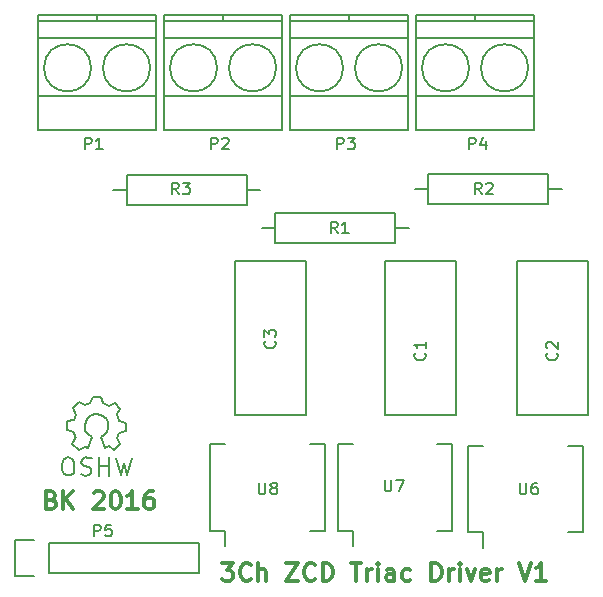
<source format=gto>
G04 #@! TF.FileFunction,Legend,Top*
%FSLAX46Y46*%
G04 Gerber Fmt 4.6, Leading zero omitted, Abs format (unit mm)*
G04 Created by KiCad (PCBNEW 4.0.2-stable) date 3/20/2016 1:32:16 PM*
%MOMM*%
G01*
G04 APERTURE LIST*
%ADD10C,0.100000*%
%ADD11C,0.300000*%
%ADD12C,0.150000*%
G04 APERTURE END LIST*
D10*
D11*
X121056573Y-111256857D02*
X121270859Y-111328286D01*
X121342287Y-111399714D01*
X121413716Y-111542571D01*
X121413716Y-111756857D01*
X121342287Y-111899714D01*
X121270859Y-111971143D01*
X121128001Y-112042571D01*
X120556573Y-112042571D01*
X120556573Y-110542571D01*
X121056573Y-110542571D01*
X121199430Y-110614000D01*
X121270859Y-110685429D01*
X121342287Y-110828286D01*
X121342287Y-110971143D01*
X121270859Y-111114000D01*
X121199430Y-111185429D01*
X121056573Y-111256857D01*
X120556573Y-111256857D01*
X122056573Y-112042571D02*
X122056573Y-110542571D01*
X122913716Y-112042571D02*
X122270859Y-111185429D01*
X122913716Y-110542571D02*
X122056573Y-111399714D01*
X124628001Y-110685429D02*
X124699430Y-110614000D01*
X124842287Y-110542571D01*
X125199430Y-110542571D01*
X125342287Y-110614000D01*
X125413716Y-110685429D01*
X125485144Y-110828286D01*
X125485144Y-110971143D01*
X125413716Y-111185429D01*
X124556573Y-112042571D01*
X125485144Y-112042571D01*
X126413715Y-110542571D02*
X126556572Y-110542571D01*
X126699429Y-110614000D01*
X126770858Y-110685429D01*
X126842287Y-110828286D01*
X126913715Y-111114000D01*
X126913715Y-111471143D01*
X126842287Y-111756857D01*
X126770858Y-111899714D01*
X126699429Y-111971143D01*
X126556572Y-112042571D01*
X126413715Y-112042571D01*
X126270858Y-111971143D01*
X126199429Y-111899714D01*
X126128001Y-111756857D01*
X126056572Y-111471143D01*
X126056572Y-111114000D01*
X126128001Y-110828286D01*
X126199429Y-110685429D01*
X126270858Y-110614000D01*
X126413715Y-110542571D01*
X128342286Y-112042571D02*
X127485143Y-112042571D01*
X127913715Y-112042571D02*
X127913715Y-110542571D01*
X127770858Y-110756857D01*
X127628000Y-110899714D01*
X127485143Y-110971143D01*
X129628000Y-110542571D02*
X129342286Y-110542571D01*
X129199429Y-110614000D01*
X129128000Y-110685429D01*
X128985143Y-110899714D01*
X128913714Y-111185429D01*
X128913714Y-111756857D01*
X128985143Y-111899714D01*
X129056571Y-111971143D01*
X129199429Y-112042571D01*
X129485143Y-112042571D01*
X129628000Y-111971143D01*
X129699429Y-111899714D01*
X129770857Y-111756857D01*
X129770857Y-111399714D01*
X129699429Y-111256857D01*
X129628000Y-111185429D01*
X129485143Y-111114000D01*
X129199429Y-111114000D01*
X129056571Y-111185429D01*
X128985143Y-111256857D01*
X128913714Y-111399714D01*
X135508002Y-116638571D02*
X136436573Y-116638571D01*
X135936573Y-117210000D01*
X136150859Y-117210000D01*
X136293716Y-117281429D01*
X136365145Y-117352857D01*
X136436573Y-117495714D01*
X136436573Y-117852857D01*
X136365145Y-117995714D01*
X136293716Y-118067143D01*
X136150859Y-118138571D01*
X135722287Y-118138571D01*
X135579430Y-118067143D01*
X135508002Y-117995714D01*
X137936573Y-117995714D02*
X137865144Y-118067143D01*
X137650858Y-118138571D01*
X137508001Y-118138571D01*
X137293716Y-118067143D01*
X137150858Y-117924286D01*
X137079430Y-117781429D01*
X137008001Y-117495714D01*
X137008001Y-117281429D01*
X137079430Y-116995714D01*
X137150858Y-116852857D01*
X137293716Y-116710000D01*
X137508001Y-116638571D01*
X137650858Y-116638571D01*
X137865144Y-116710000D01*
X137936573Y-116781429D01*
X138579430Y-118138571D02*
X138579430Y-116638571D01*
X139222287Y-118138571D02*
X139222287Y-117352857D01*
X139150858Y-117210000D01*
X139008001Y-117138571D01*
X138793716Y-117138571D01*
X138650858Y-117210000D01*
X138579430Y-117281429D01*
X140936573Y-116638571D02*
X141936573Y-116638571D01*
X140936573Y-118138571D01*
X141936573Y-118138571D01*
X143365144Y-117995714D02*
X143293715Y-118067143D01*
X143079429Y-118138571D01*
X142936572Y-118138571D01*
X142722287Y-118067143D01*
X142579429Y-117924286D01*
X142508001Y-117781429D01*
X142436572Y-117495714D01*
X142436572Y-117281429D01*
X142508001Y-116995714D01*
X142579429Y-116852857D01*
X142722287Y-116710000D01*
X142936572Y-116638571D01*
X143079429Y-116638571D01*
X143293715Y-116710000D01*
X143365144Y-116781429D01*
X144008001Y-118138571D02*
X144008001Y-116638571D01*
X144365144Y-116638571D01*
X144579429Y-116710000D01*
X144722287Y-116852857D01*
X144793715Y-116995714D01*
X144865144Y-117281429D01*
X144865144Y-117495714D01*
X144793715Y-117781429D01*
X144722287Y-117924286D01*
X144579429Y-118067143D01*
X144365144Y-118138571D01*
X144008001Y-118138571D01*
X146436572Y-116638571D02*
X147293715Y-116638571D01*
X146865144Y-118138571D02*
X146865144Y-116638571D01*
X147793715Y-118138571D02*
X147793715Y-117138571D01*
X147793715Y-117424286D02*
X147865143Y-117281429D01*
X147936572Y-117210000D01*
X148079429Y-117138571D01*
X148222286Y-117138571D01*
X148722286Y-118138571D02*
X148722286Y-117138571D01*
X148722286Y-116638571D02*
X148650857Y-116710000D01*
X148722286Y-116781429D01*
X148793714Y-116710000D01*
X148722286Y-116638571D01*
X148722286Y-116781429D01*
X150079429Y-118138571D02*
X150079429Y-117352857D01*
X150008000Y-117210000D01*
X149865143Y-117138571D01*
X149579429Y-117138571D01*
X149436572Y-117210000D01*
X150079429Y-118067143D02*
X149936572Y-118138571D01*
X149579429Y-118138571D01*
X149436572Y-118067143D01*
X149365143Y-117924286D01*
X149365143Y-117781429D01*
X149436572Y-117638571D01*
X149579429Y-117567143D01*
X149936572Y-117567143D01*
X150079429Y-117495714D01*
X151436572Y-118067143D02*
X151293715Y-118138571D01*
X151008001Y-118138571D01*
X150865143Y-118067143D01*
X150793715Y-117995714D01*
X150722286Y-117852857D01*
X150722286Y-117424286D01*
X150793715Y-117281429D01*
X150865143Y-117210000D01*
X151008001Y-117138571D01*
X151293715Y-117138571D01*
X151436572Y-117210000D01*
X153222286Y-118138571D02*
X153222286Y-116638571D01*
X153579429Y-116638571D01*
X153793714Y-116710000D01*
X153936572Y-116852857D01*
X154008000Y-116995714D01*
X154079429Y-117281429D01*
X154079429Y-117495714D01*
X154008000Y-117781429D01*
X153936572Y-117924286D01*
X153793714Y-118067143D01*
X153579429Y-118138571D01*
X153222286Y-118138571D01*
X154722286Y-118138571D02*
X154722286Y-117138571D01*
X154722286Y-117424286D02*
X154793714Y-117281429D01*
X154865143Y-117210000D01*
X155008000Y-117138571D01*
X155150857Y-117138571D01*
X155650857Y-118138571D02*
X155650857Y-117138571D01*
X155650857Y-116638571D02*
X155579428Y-116710000D01*
X155650857Y-116781429D01*
X155722285Y-116710000D01*
X155650857Y-116638571D01*
X155650857Y-116781429D01*
X156222286Y-117138571D02*
X156579429Y-118138571D01*
X156936571Y-117138571D01*
X158079428Y-118067143D02*
X157936571Y-118138571D01*
X157650857Y-118138571D01*
X157508000Y-118067143D01*
X157436571Y-117924286D01*
X157436571Y-117352857D01*
X157508000Y-117210000D01*
X157650857Y-117138571D01*
X157936571Y-117138571D01*
X158079428Y-117210000D01*
X158150857Y-117352857D01*
X158150857Y-117495714D01*
X157436571Y-117638571D01*
X158793714Y-118138571D02*
X158793714Y-117138571D01*
X158793714Y-117424286D02*
X158865142Y-117281429D01*
X158936571Y-117210000D01*
X159079428Y-117138571D01*
X159222285Y-117138571D01*
X160650856Y-116638571D02*
X161150856Y-118138571D01*
X161650856Y-116638571D01*
X162936570Y-118138571D02*
X162079427Y-118138571D01*
X162507999Y-118138571D02*
X162507999Y-116638571D01*
X162365142Y-116852857D01*
X162222284Y-116995714D01*
X162079427Y-117067143D01*
D12*
X155306000Y-91068000D02*
X155306000Y-104068000D01*
X155306000Y-104068000D02*
X149306000Y-104068000D01*
X149306000Y-104068000D02*
X149306000Y-91068000D01*
X149306000Y-91068000D02*
X155306000Y-91068000D01*
X166482000Y-91068000D02*
X166482000Y-104068000D01*
X166482000Y-104068000D02*
X160482000Y-104068000D01*
X160482000Y-104068000D02*
X160482000Y-91068000D01*
X160482000Y-91068000D02*
X166482000Y-91068000D01*
X142606000Y-91068000D02*
X142606000Y-104068000D01*
X142606000Y-104068000D02*
X136606000Y-104068000D01*
X136606000Y-104068000D02*
X136606000Y-91068000D01*
X136606000Y-91068000D02*
X142606000Y-91068000D01*
X124914000Y-70688000D02*
X124914000Y-70188000D01*
X124414000Y-74688000D02*
G75*
G03X124414000Y-74688000I-2000000J0D01*
G01*
X129414000Y-74688000D02*
G75*
G03X129414000Y-74688000I-2000000J0D01*
G01*
X129914000Y-72188000D02*
X119914000Y-72188000D01*
X129914000Y-77088000D02*
X119914000Y-77088000D01*
X129914000Y-70688000D02*
X119914000Y-70688000D01*
X129914000Y-70188000D02*
X119914000Y-70188000D01*
X119914000Y-70188000D02*
X119914000Y-79988000D01*
X119914000Y-79988000D02*
X129914000Y-79988000D01*
X129914000Y-79988000D02*
X129914000Y-70188000D01*
X135582000Y-70688000D02*
X135582000Y-70188000D01*
X135082000Y-74688000D02*
G75*
G03X135082000Y-74688000I-2000000J0D01*
G01*
X140082000Y-74688000D02*
G75*
G03X140082000Y-74688000I-2000000J0D01*
G01*
X140582000Y-72188000D02*
X130582000Y-72188000D01*
X140582000Y-77088000D02*
X130582000Y-77088000D01*
X140582000Y-70688000D02*
X130582000Y-70688000D01*
X140582000Y-70188000D02*
X130582000Y-70188000D01*
X130582000Y-70188000D02*
X130582000Y-79988000D01*
X130582000Y-79988000D02*
X140582000Y-79988000D01*
X140582000Y-79988000D02*
X140582000Y-70188000D01*
X146250000Y-70688000D02*
X146250000Y-70188000D01*
X145750000Y-74688000D02*
G75*
G03X145750000Y-74688000I-2000000J0D01*
G01*
X150750000Y-74688000D02*
G75*
G03X150750000Y-74688000I-2000000J0D01*
G01*
X151250000Y-72188000D02*
X141250000Y-72188000D01*
X151250000Y-77088000D02*
X141250000Y-77088000D01*
X151250000Y-70688000D02*
X141250000Y-70688000D01*
X151250000Y-70188000D02*
X141250000Y-70188000D01*
X141250000Y-70188000D02*
X141250000Y-79988000D01*
X141250000Y-79988000D02*
X151250000Y-79988000D01*
X151250000Y-79988000D02*
X151250000Y-70188000D01*
X156918000Y-70688000D02*
X156918000Y-70188000D01*
X156418000Y-74688000D02*
G75*
G03X156418000Y-74688000I-2000000J0D01*
G01*
X161418000Y-74688000D02*
G75*
G03X161418000Y-74688000I-2000000J0D01*
G01*
X161918000Y-72188000D02*
X151918000Y-72188000D01*
X161918000Y-77088000D02*
X151918000Y-77088000D01*
X161918000Y-70688000D02*
X151918000Y-70688000D01*
X161918000Y-70188000D02*
X151918000Y-70188000D01*
X151918000Y-70188000D02*
X151918000Y-79988000D01*
X151918000Y-79988000D02*
X161918000Y-79988000D01*
X161918000Y-79988000D02*
X161918000Y-70188000D01*
X120810000Y-114920000D02*
X133510000Y-114920000D01*
X133510000Y-114920000D02*
X133510000Y-117460000D01*
X133510000Y-117460000D02*
X120810000Y-117460000D01*
X117990000Y-114640000D02*
X119540000Y-114640000D01*
X120810000Y-114920000D02*
X120810000Y-117460000D01*
X119540000Y-117740000D02*
X117990000Y-117740000D01*
X117990000Y-117740000D02*
X117990000Y-114640000D01*
X139994000Y-86980000D02*
X139994000Y-89520000D01*
X139994000Y-89520000D02*
X150154000Y-89520000D01*
X150154000Y-89520000D02*
X150154000Y-86980000D01*
X150154000Y-86980000D02*
X139994000Y-86980000D01*
X151304000Y-88250000D02*
X150154000Y-88250000D01*
X138844000Y-88250000D02*
X139994000Y-88250000D01*
X152948000Y-83678000D02*
X152948000Y-86218000D01*
X152948000Y-86218000D02*
X163108000Y-86218000D01*
X163108000Y-86218000D02*
X163108000Y-83678000D01*
X163108000Y-83678000D02*
X152948000Y-83678000D01*
X164258000Y-84948000D02*
X163108000Y-84948000D01*
X151798000Y-84948000D02*
X152948000Y-84948000D01*
X127421000Y-83805000D02*
X127421000Y-86345000D01*
X127421000Y-86345000D02*
X137581000Y-86345000D01*
X137581000Y-86345000D02*
X137581000Y-83805000D01*
X137581000Y-83805000D02*
X127421000Y-83805000D01*
X138731000Y-85075000D02*
X137581000Y-85075000D01*
X126271000Y-85075000D02*
X127421000Y-85075000D01*
X145312000Y-113896000D02*
X146582000Y-113896000D01*
X145312000Y-106546000D02*
X146582000Y-106546000D01*
X154982000Y-106546000D02*
X153712000Y-106546000D01*
X154982000Y-113896000D02*
X153712000Y-113896000D01*
X145312000Y-113896000D02*
X145312000Y-106546000D01*
X154982000Y-113896000D02*
X154982000Y-106546000D01*
X146582000Y-113896000D02*
X146582000Y-115181000D01*
X134517000Y-113896000D02*
X135787000Y-113896000D01*
X134517000Y-106546000D02*
X135787000Y-106546000D01*
X144187000Y-106546000D02*
X142917000Y-106546000D01*
X144187000Y-113896000D02*
X142917000Y-113896000D01*
X134517000Y-113896000D02*
X134517000Y-106546000D01*
X144187000Y-113896000D02*
X144187000Y-106546000D01*
X135787000Y-113896000D02*
X135787000Y-115181000D01*
X156361000Y-114023000D02*
X157631000Y-114023000D01*
X156361000Y-106673000D02*
X157631000Y-106673000D01*
X166031000Y-106673000D02*
X164761000Y-106673000D01*
X166031000Y-114023000D02*
X164761000Y-114023000D01*
X156361000Y-114023000D02*
X156361000Y-106673000D01*
X166031000Y-114023000D02*
X166031000Y-106673000D01*
X157631000Y-114023000D02*
X157631000Y-115308000D01*
X126542780Y-107703860D02*
X126903460Y-109174520D01*
X126903460Y-109174520D02*
X127182860Y-108112800D01*
X127182860Y-108112800D02*
X127492740Y-109184680D01*
X127492740Y-109184680D02*
X127833100Y-107734340D01*
X125122920Y-108394740D02*
X125912860Y-108384580D01*
X125912860Y-108384580D02*
X125923020Y-108394740D01*
X125923020Y-108394740D02*
X125923020Y-108384580D01*
X125963660Y-107673380D02*
X125963660Y-109215160D01*
X125074660Y-107663220D02*
X125074660Y-109232940D01*
X125074660Y-109232940D02*
X125084820Y-109222780D01*
X124523480Y-107764820D02*
X124172960Y-107683540D01*
X124172960Y-107683540D02*
X123852920Y-107673380D01*
X123852920Y-107673380D02*
X123614160Y-107874040D01*
X123614160Y-107874040D02*
X123583680Y-108143280D01*
X123583680Y-108143280D02*
X123824980Y-108384580D01*
X123824980Y-108384580D02*
X124213600Y-108514120D01*
X124213600Y-108514120D02*
X124393940Y-108674140D01*
X124393940Y-108674140D02*
X124434580Y-108973860D01*
X124434580Y-108973860D02*
X124203440Y-109194840D01*
X124203440Y-109194840D02*
X123883400Y-109222780D01*
X123883400Y-109222780D02*
X123532880Y-109113560D01*
X122494020Y-107663220D02*
X122245100Y-107683540D01*
X122245100Y-107683540D02*
X122003800Y-107924840D01*
X122003800Y-107924840D02*
X121914900Y-108415060D01*
X121914900Y-108415060D02*
X121942840Y-108763040D01*
X121942840Y-108763040D02*
X122143500Y-109083080D01*
X122143500Y-109083080D02*
X122394960Y-109205000D01*
X122394960Y-109205000D02*
X122704840Y-109133880D01*
X122704840Y-109133880D02*
X122923280Y-108953540D01*
X122923280Y-108953540D02*
X122994400Y-108493800D01*
X122994400Y-108493800D02*
X122943600Y-108084860D01*
X122943600Y-108084860D02*
X122834380Y-107802920D01*
X122834380Y-107802920D02*
X122473700Y-107673380D01*
X123093460Y-105943640D02*
X122834380Y-106504980D01*
X122834380Y-106504980D02*
X123372860Y-107023140D01*
X123372860Y-107023140D02*
X123893560Y-106753900D01*
X123893560Y-106753900D02*
X124172960Y-106913920D01*
X125613140Y-106893600D02*
X125943340Y-106703100D01*
X125943340Y-106703100D02*
X126382760Y-107033300D01*
X126382760Y-107033300D02*
X126855200Y-106543080D01*
X126855200Y-106543080D02*
X126573260Y-106063020D01*
X126573260Y-106063020D02*
X126763760Y-105593120D01*
X126763760Y-105593120D02*
X127373360Y-105405160D01*
X127373360Y-105405160D02*
X127373360Y-104724440D01*
X127373360Y-104724440D02*
X126814560Y-104584740D01*
X126814560Y-104584740D02*
X126613900Y-104013240D01*
X126613900Y-104013240D02*
X126883140Y-103543340D01*
X126883140Y-103543340D02*
X126413240Y-103032800D01*
X126413240Y-103032800D02*
X125895080Y-103294420D01*
X125895080Y-103294420D02*
X125425180Y-103093760D01*
X125425180Y-103093760D02*
X125255000Y-102552740D01*
X125255000Y-102552740D02*
X124564120Y-102534960D01*
X124564120Y-102534960D02*
X124353300Y-103083600D01*
X124353300Y-103083600D02*
X123934200Y-103253780D01*
X123934200Y-103253780D02*
X123383020Y-102984540D01*
X123383020Y-102984540D02*
X122864860Y-103512860D01*
X122864860Y-103512860D02*
X123113780Y-104053880D01*
X123113780Y-104053880D02*
X122943600Y-104533940D01*
X122943600Y-104533940D02*
X122394960Y-104633000D01*
X122394960Y-104633000D02*
X122384800Y-105334040D01*
X122384800Y-105334040D02*
X122943600Y-105534700D01*
X122943600Y-105534700D02*
X123083300Y-105933480D01*
X125224520Y-105913160D02*
X125524240Y-105763300D01*
X125524240Y-105763300D02*
X125724900Y-105565180D01*
X125724900Y-105565180D02*
X125874760Y-105163860D01*
X125874760Y-105163860D02*
X125874760Y-104765080D01*
X125874760Y-104765080D02*
X125724900Y-104414560D01*
X125724900Y-104414560D02*
X125272780Y-104064040D01*
X125272780Y-104064040D02*
X124823200Y-104013240D01*
X124823200Y-104013240D02*
X124424420Y-104114840D01*
X124424420Y-104114840D02*
X124023100Y-104462820D01*
X124023100Y-104462820D02*
X123873240Y-104914940D01*
X123873240Y-104914940D02*
X123924040Y-105412780D01*
X123924040Y-105412780D02*
X124172960Y-105715040D01*
X124172960Y-105715040D02*
X124523480Y-105913160D01*
X124523480Y-105913160D02*
X124172960Y-106913920D01*
X125224520Y-105913160D02*
X125623300Y-106913920D01*
X152663143Y-98830666D02*
X152710762Y-98878285D01*
X152758381Y-99021142D01*
X152758381Y-99116380D01*
X152710762Y-99259238D01*
X152615524Y-99354476D01*
X152520286Y-99402095D01*
X152329810Y-99449714D01*
X152186952Y-99449714D01*
X151996476Y-99402095D01*
X151901238Y-99354476D01*
X151806000Y-99259238D01*
X151758381Y-99116380D01*
X151758381Y-99021142D01*
X151806000Y-98878285D01*
X151853619Y-98830666D01*
X152758381Y-97878285D02*
X152758381Y-98449714D01*
X152758381Y-98164000D02*
X151758381Y-98164000D01*
X151901238Y-98259238D01*
X151996476Y-98354476D01*
X152044095Y-98449714D01*
X163839143Y-98830666D02*
X163886762Y-98878285D01*
X163934381Y-99021142D01*
X163934381Y-99116380D01*
X163886762Y-99259238D01*
X163791524Y-99354476D01*
X163696286Y-99402095D01*
X163505810Y-99449714D01*
X163362952Y-99449714D01*
X163172476Y-99402095D01*
X163077238Y-99354476D01*
X162982000Y-99259238D01*
X162934381Y-99116380D01*
X162934381Y-99021142D01*
X162982000Y-98878285D01*
X163029619Y-98830666D01*
X163029619Y-98449714D02*
X162982000Y-98402095D01*
X162934381Y-98306857D01*
X162934381Y-98068761D01*
X162982000Y-97973523D01*
X163029619Y-97925904D01*
X163124857Y-97878285D01*
X163220095Y-97878285D01*
X163362952Y-97925904D01*
X163934381Y-98497333D01*
X163934381Y-97878285D01*
X139963143Y-97814666D02*
X140010762Y-97862285D01*
X140058381Y-98005142D01*
X140058381Y-98100380D01*
X140010762Y-98243238D01*
X139915524Y-98338476D01*
X139820286Y-98386095D01*
X139629810Y-98433714D01*
X139486952Y-98433714D01*
X139296476Y-98386095D01*
X139201238Y-98338476D01*
X139106000Y-98243238D01*
X139058381Y-98100380D01*
X139058381Y-98005142D01*
X139106000Y-97862285D01*
X139153619Y-97814666D01*
X139058381Y-97481333D02*
X139058381Y-96862285D01*
X139439333Y-97195619D01*
X139439333Y-97052761D01*
X139486952Y-96957523D01*
X139534571Y-96909904D01*
X139629810Y-96862285D01*
X139867905Y-96862285D01*
X139963143Y-96909904D01*
X140010762Y-96957523D01*
X140058381Y-97052761D01*
X140058381Y-97338476D01*
X140010762Y-97433714D01*
X139963143Y-97481333D01*
X123881905Y-81590381D02*
X123881905Y-80590381D01*
X124262858Y-80590381D01*
X124358096Y-80638000D01*
X124405715Y-80685619D01*
X124453334Y-80780857D01*
X124453334Y-80923714D01*
X124405715Y-81018952D01*
X124358096Y-81066571D01*
X124262858Y-81114190D01*
X123881905Y-81114190D01*
X125405715Y-81590381D02*
X124834286Y-81590381D01*
X125120000Y-81590381D02*
X125120000Y-80590381D01*
X125024762Y-80733238D01*
X124929524Y-80828476D01*
X124834286Y-80876095D01*
X134549905Y-81590381D02*
X134549905Y-80590381D01*
X134930858Y-80590381D01*
X135026096Y-80638000D01*
X135073715Y-80685619D01*
X135121334Y-80780857D01*
X135121334Y-80923714D01*
X135073715Y-81018952D01*
X135026096Y-81066571D01*
X134930858Y-81114190D01*
X134549905Y-81114190D01*
X135502286Y-80685619D02*
X135549905Y-80638000D01*
X135645143Y-80590381D01*
X135883239Y-80590381D01*
X135978477Y-80638000D01*
X136026096Y-80685619D01*
X136073715Y-80780857D01*
X136073715Y-80876095D01*
X136026096Y-81018952D01*
X135454667Y-81590381D01*
X136073715Y-81590381D01*
X145217905Y-81590381D02*
X145217905Y-80590381D01*
X145598858Y-80590381D01*
X145694096Y-80638000D01*
X145741715Y-80685619D01*
X145789334Y-80780857D01*
X145789334Y-80923714D01*
X145741715Y-81018952D01*
X145694096Y-81066571D01*
X145598858Y-81114190D01*
X145217905Y-81114190D01*
X146122667Y-80590381D02*
X146741715Y-80590381D01*
X146408381Y-80971333D01*
X146551239Y-80971333D01*
X146646477Y-81018952D01*
X146694096Y-81066571D01*
X146741715Y-81161810D01*
X146741715Y-81399905D01*
X146694096Y-81495143D01*
X146646477Y-81542762D01*
X146551239Y-81590381D01*
X146265524Y-81590381D01*
X146170286Y-81542762D01*
X146122667Y-81495143D01*
X156393905Y-81590381D02*
X156393905Y-80590381D01*
X156774858Y-80590381D01*
X156870096Y-80638000D01*
X156917715Y-80685619D01*
X156965334Y-80780857D01*
X156965334Y-80923714D01*
X156917715Y-81018952D01*
X156870096Y-81066571D01*
X156774858Y-81114190D01*
X156393905Y-81114190D01*
X157822477Y-80923714D02*
X157822477Y-81590381D01*
X157584381Y-80542762D02*
X157346286Y-81257048D01*
X157965334Y-81257048D01*
X124643905Y-114356381D02*
X124643905Y-113356381D01*
X125024858Y-113356381D01*
X125120096Y-113404000D01*
X125167715Y-113451619D01*
X125215334Y-113546857D01*
X125215334Y-113689714D01*
X125167715Y-113784952D01*
X125120096Y-113832571D01*
X125024858Y-113880190D01*
X124643905Y-113880190D01*
X126120096Y-113356381D02*
X125643905Y-113356381D01*
X125596286Y-113832571D01*
X125643905Y-113784952D01*
X125739143Y-113737333D01*
X125977239Y-113737333D01*
X126072477Y-113784952D01*
X126120096Y-113832571D01*
X126167715Y-113927810D01*
X126167715Y-114165905D01*
X126120096Y-114261143D01*
X126072477Y-114308762D01*
X125977239Y-114356381D01*
X125739143Y-114356381D01*
X125643905Y-114308762D01*
X125596286Y-114261143D01*
X145281334Y-88702381D02*
X144948000Y-88226190D01*
X144709905Y-88702381D02*
X144709905Y-87702381D01*
X145090858Y-87702381D01*
X145186096Y-87750000D01*
X145233715Y-87797619D01*
X145281334Y-87892857D01*
X145281334Y-88035714D01*
X145233715Y-88130952D01*
X145186096Y-88178571D01*
X145090858Y-88226190D01*
X144709905Y-88226190D01*
X146233715Y-88702381D02*
X145662286Y-88702381D01*
X145948000Y-88702381D02*
X145948000Y-87702381D01*
X145852762Y-87845238D01*
X145757524Y-87940476D01*
X145662286Y-87988095D01*
X157473334Y-85400381D02*
X157140000Y-84924190D01*
X156901905Y-85400381D02*
X156901905Y-84400381D01*
X157282858Y-84400381D01*
X157378096Y-84448000D01*
X157425715Y-84495619D01*
X157473334Y-84590857D01*
X157473334Y-84733714D01*
X157425715Y-84828952D01*
X157378096Y-84876571D01*
X157282858Y-84924190D01*
X156901905Y-84924190D01*
X157854286Y-84495619D02*
X157901905Y-84448000D01*
X157997143Y-84400381D01*
X158235239Y-84400381D01*
X158330477Y-84448000D01*
X158378096Y-84495619D01*
X158425715Y-84590857D01*
X158425715Y-84686095D01*
X158378096Y-84828952D01*
X157806667Y-85400381D01*
X158425715Y-85400381D01*
X131819334Y-85400381D02*
X131486000Y-84924190D01*
X131247905Y-85400381D02*
X131247905Y-84400381D01*
X131628858Y-84400381D01*
X131724096Y-84448000D01*
X131771715Y-84495619D01*
X131819334Y-84590857D01*
X131819334Y-84733714D01*
X131771715Y-84828952D01*
X131724096Y-84876571D01*
X131628858Y-84924190D01*
X131247905Y-84924190D01*
X132152667Y-84400381D02*
X132771715Y-84400381D01*
X132438381Y-84781333D01*
X132581239Y-84781333D01*
X132676477Y-84828952D01*
X132724096Y-84876571D01*
X132771715Y-84971810D01*
X132771715Y-85209905D01*
X132724096Y-85305143D01*
X132676477Y-85352762D01*
X132581239Y-85400381D01*
X132295524Y-85400381D01*
X132200286Y-85352762D01*
X132152667Y-85305143D01*
X149258095Y-109546381D02*
X149258095Y-110355905D01*
X149305714Y-110451143D01*
X149353333Y-110498762D01*
X149448571Y-110546381D01*
X149639048Y-110546381D01*
X149734286Y-110498762D01*
X149781905Y-110451143D01*
X149829524Y-110355905D01*
X149829524Y-109546381D01*
X150210476Y-109546381D02*
X150877143Y-109546381D01*
X150448571Y-110546381D01*
X138590095Y-109800381D02*
X138590095Y-110609905D01*
X138637714Y-110705143D01*
X138685333Y-110752762D01*
X138780571Y-110800381D01*
X138971048Y-110800381D01*
X139066286Y-110752762D01*
X139113905Y-110705143D01*
X139161524Y-110609905D01*
X139161524Y-109800381D01*
X139780571Y-110228952D02*
X139685333Y-110181333D01*
X139637714Y-110133714D01*
X139590095Y-110038476D01*
X139590095Y-109990857D01*
X139637714Y-109895619D01*
X139685333Y-109848000D01*
X139780571Y-109800381D01*
X139971048Y-109800381D01*
X140066286Y-109848000D01*
X140113905Y-109895619D01*
X140161524Y-109990857D01*
X140161524Y-110038476D01*
X140113905Y-110133714D01*
X140066286Y-110181333D01*
X139971048Y-110228952D01*
X139780571Y-110228952D01*
X139685333Y-110276571D01*
X139637714Y-110324190D01*
X139590095Y-110419429D01*
X139590095Y-110609905D01*
X139637714Y-110705143D01*
X139685333Y-110752762D01*
X139780571Y-110800381D01*
X139971048Y-110800381D01*
X140066286Y-110752762D01*
X140113905Y-110705143D01*
X140161524Y-110609905D01*
X140161524Y-110419429D01*
X140113905Y-110324190D01*
X140066286Y-110276571D01*
X139971048Y-110228952D01*
X160688095Y-109800381D02*
X160688095Y-110609905D01*
X160735714Y-110705143D01*
X160783333Y-110752762D01*
X160878571Y-110800381D01*
X161069048Y-110800381D01*
X161164286Y-110752762D01*
X161211905Y-110705143D01*
X161259524Y-110609905D01*
X161259524Y-109800381D01*
X162164286Y-109800381D02*
X161973809Y-109800381D01*
X161878571Y-109848000D01*
X161830952Y-109895619D01*
X161735714Y-110038476D01*
X161688095Y-110228952D01*
X161688095Y-110609905D01*
X161735714Y-110705143D01*
X161783333Y-110752762D01*
X161878571Y-110800381D01*
X162069048Y-110800381D01*
X162164286Y-110752762D01*
X162211905Y-110705143D01*
X162259524Y-110609905D01*
X162259524Y-110371810D01*
X162211905Y-110276571D01*
X162164286Y-110228952D01*
X162069048Y-110181333D01*
X161878571Y-110181333D01*
X161783333Y-110228952D01*
X161735714Y-110276571D01*
X161688095Y-110371810D01*
M02*

</source>
